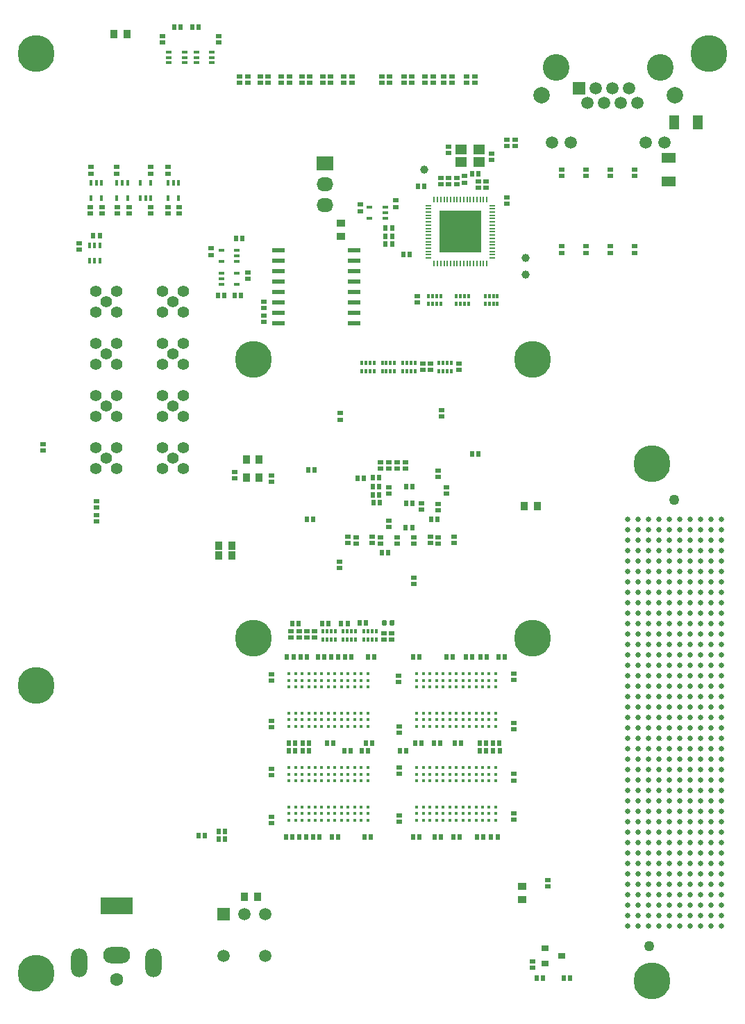
<source format=gbr>
G04 #@! TF.GenerationSoftware,KiCad,Pcbnew,5.0.0-rc3-6a2723a~65~ubuntu16.04.1*
G04 #@! TF.CreationDate,2018-11-29T22:42:40+06:00*
G04 #@! TF.ProjectId,Ki5,4B69352E6B696361645F706362000000,rev?*
G04 #@! TF.SameCoordinates,Original*
G04 #@! TF.FileFunction,Soldermask,Bot*
G04 #@! TF.FilePolarity,Negative*
%FSLAX46Y46*%
G04 Gerber Fmt 4.6, Leading zero omitted, Abs format (unit mm)*
G04 Created by KiCad (PCBNEW 5.0.0-rc3-6a2723a~65~ubuntu16.04.1) date Thu Nov 29 22:42:40 2018*
%MOMM*%
%LPD*%
G01*
G04 APERTURE LIST*
%ADD10C,0.100000*%
%ADD11C,0.590000*%
%ADD12R,0.575000X0.650000*%
%ADD13C,1.500000*%
%ADD14C,2.000000*%
%ADD15C,3.250000*%
%ADD16R,1.500000X1.500000*%
%ADD17R,5.200000X5.200000*%
%ADD18R,0.200000X0.800000*%
%ADD19R,0.800000X0.200000*%
%ADD20C,1.270000*%
%ADD21C,0.640000*%
%ADD22C,1.600000*%
%ADD23O,2.000000X3.500000*%
%ADD24O,3.300000X2.000000*%
%ADD25R,4.000000X2.000000*%
%ADD26C,0.420000*%
%ADD27R,0.650000X0.575000*%
%ADD28R,0.820000X1.000000*%
%ADD29R,1.220000X1.800000*%
%ADD30R,1.800000X1.220000*%
%ADD31R,1.000000X0.820000*%
%ADD32C,1.400000*%
%ADD33R,2.030000X1.730000*%
%ADD34O,2.030000X1.730000*%
%ADD35C,4.500000*%
%ADD36R,0.650000X0.400000*%
%ADD37R,0.400000X0.650000*%
%ADD38R,0.900000X0.800000*%
%ADD39R,0.320000X0.500000*%
%ADD40R,0.400000X0.500000*%
%ADD41R,0.300000X0.500000*%
%ADD42C,1.000000*%
%ADD43R,1.500000X0.600000*%
%ADD44R,0.900000X1.000000*%
%ADD45R,1.400000X1.200000*%
G04 APERTURE END LIST*
D10*
G04 #@! TO.C,C284*
G36*
X76466958Y-101630710D02*
X76481276Y-101632834D01*
X76495317Y-101636351D01*
X76508946Y-101641228D01*
X76522031Y-101647417D01*
X76534447Y-101654858D01*
X76546073Y-101663481D01*
X76556798Y-101673202D01*
X76566519Y-101683927D01*
X76575142Y-101695553D01*
X76582583Y-101707969D01*
X76588772Y-101721054D01*
X76593649Y-101734683D01*
X76597166Y-101748724D01*
X76599290Y-101763042D01*
X76600000Y-101777500D01*
X76600000Y-102122500D01*
X76599290Y-102136958D01*
X76597166Y-102151276D01*
X76593649Y-102165317D01*
X76588772Y-102178946D01*
X76582583Y-102192031D01*
X76575142Y-102204447D01*
X76566519Y-102216073D01*
X76556798Y-102226798D01*
X76546073Y-102236519D01*
X76534447Y-102245142D01*
X76522031Y-102252583D01*
X76508946Y-102258772D01*
X76495317Y-102263649D01*
X76481276Y-102267166D01*
X76466958Y-102269290D01*
X76452500Y-102270000D01*
X76157500Y-102270000D01*
X76143042Y-102269290D01*
X76128724Y-102267166D01*
X76114683Y-102263649D01*
X76101054Y-102258772D01*
X76087969Y-102252583D01*
X76075553Y-102245142D01*
X76063927Y-102236519D01*
X76053202Y-102226798D01*
X76043481Y-102216073D01*
X76034858Y-102204447D01*
X76027417Y-102192031D01*
X76021228Y-102178946D01*
X76016351Y-102165317D01*
X76012834Y-102151276D01*
X76010710Y-102136958D01*
X76010000Y-102122500D01*
X76010000Y-101777500D01*
X76010710Y-101763042D01*
X76012834Y-101748724D01*
X76016351Y-101734683D01*
X76021228Y-101721054D01*
X76027417Y-101707969D01*
X76034858Y-101695553D01*
X76043481Y-101683927D01*
X76053202Y-101673202D01*
X76063927Y-101663481D01*
X76075553Y-101654858D01*
X76087969Y-101647417D01*
X76101054Y-101641228D01*
X76114683Y-101636351D01*
X76128724Y-101632834D01*
X76143042Y-101630710D01*
X76157500Y-101630000D01*
X76452500Y-101630000D01*
X76466958Y-101630710D01*
X76466958Y-101630710D01*
G37*
D11*
X76305000Y-101950000D03*
D10*
G36*
X75496958Y-101630710D02*
X75511276Y-101632834D01*
X75525317Y-101636351D01*
X75538946Y-101641228D01*
X75552031Y-101647417D01*
X75564447Y-101654858D01*
X75576073Y-101663481D01*
X75586798Y-101673202D01*
X75596519Y-101683927D01*
X75605142Y-101695553D01*
X75612583Y-101707969D01*
X75618772Y-101721054D01*
X75623649Y-101734683D01*
X75627166Y-101748724D01*
X75629290Y-101763042D01*
X75630000Y-101777500D01*
X75630000Y-102122500D01*
X75629290Y-102136958D01*
X75627166Y-102151276D01*
X75623649Y-102165317D01*
X75618772Y-102178946D01*
X75612583Y-102192031D01*
X75605142Y-102204447D01*
X75596519Y-102216073D01*
X75586798Y-102226798D01*
X75576073Y-102236519D01*
X75564447Y-102245142D01*
X75552031Y-102252583D01*
X75538946Y-102258772D01*
X75525317Y-102263649D01*
X75511276Y-102267166D01*
X75496958Y-102269290D01*
X75482500Y-102270000D01*
X75187500Y-102270000D01*
X75173042Y-102269290D01*
X75158724Y-102267166D01*
X75144683Y-102263649D01*
X75131054Y-102258772D01*
X75117969Y-102252583D01*
X75105553Y-102245142D01*
X75093927Y-102236519D01*
X75083202Y-102226798D01*
X75073481Y-102216073D01*
X75064858Y-102204447D01*
X75057417Y-102192031D01*
X75051228Y-102178946D01*
X75046351Y-102165317D01*
X75042834Y-102151276D01*
X75040710Y-102136958D01*
X75040000Y-102122500D01*
X75040000Y-101777500D01*
X75040710Y-101763042D01*
X75042834Y-101748724D01*
X75046351Y-101734683D01*
X75051228Y-101721054D01*
X75057417Y-101707969D01*
X75064858Y-101695553D01*
X75073481Y-101683927D01*
X75083202Y-101673202D01*
X75093927Y-101663481D01*
X75105553Y-101654858D01*
X75117969Y-101647417D01*
X75131054Y-101641228D01*
X75144683Y-101636351D01*
X75158724Y-101632834D01*
X75173042Y-101630710D01*
X75187500Y-101630000D01*
X75482500Y-101630000D01*
X75496958Y-101630710D01*
X75496958Y-101630710D01*
G37*
D11*
X75335000Y-101950000D03*
G04 #@! TD*
D12*
G04 #@! TO.C,C261*
X72332700Y-101972800D03*
X73107700Y-101972800D03*
G04 #@! TD*
D13*
G04 #@! TO.C,J12*
X109480000Y-43430000D03*
X107190000Y-43430000D03*
X98050000Y-43430000D03*
X95760000Y-43430000D03*
D14*
X94490000Y-37720000D03*
X110750000Y-37720000D03*
D15*
X108970000Y-34290000D03*
X96270000Y-34290000D03*
D13*
X106200000Y-38610000D03*
X104160000Y-38610000D03*
X102120000Y-38610000D03*
X100080000Y-38610000D03*
X105180000Y-36830000D03*
X103140000Y-36830000D03*
X101100000Y-36830000D03*
D16*
X99060000Y-36830000D03*
G04 #@! TD*
D17*
G04 #@! TO.C,IC1*
X84636400Y-54318200D03*
D18*
X87836400Y-50418200D03*
X87436400Y-50418200D03*
X87036400Y-50418200D03*
X86636400Y-50418200D03*
X86236400Y-50418200D03*
X85836400Y-50418200D03*
X85436400Y-50418200D03*
X85036400Y-50418200D03*
X84636400Y-50418200D03*
X84236400Y-50418200D03*
X83836400Y-50418200D03*
X83436400Y-50418200D03*
X83036400Y-50418200D03*
X82636400Y-50418200D03*
X82236400Y-50418200D03*
X81836400Y-50418200D03*
X81436400Y-50418200D03*
D19*
X80736400Y-51118200D03*
X80736400Y-51518200D03*
X80736400Y-51918200D03*
X80736400Y-52318200D03*
X80736400Y-52718200D03*
X80736400Y-53118200D03*
X80736400Y-53518200D03*
X80736400Y-53918200D03*
X80736400Y-54318200D03*
X80736400Y-54718200D03*
X80736400Y-55118200D03*
X80736400Y-55518200D03*
X80736400Y-55918200D03*
X80736400Y-56318200D03*
X80736400Y-56718200D03*
X80736400Y-57118200D03*
X80736400Y-57518200D03*
D18*
X81436400Y-58218200D03*
X81836400Y-58218200D03*
X82236400Y-58218200D03*
X82636400Y-58218200D03*
X83036400Y-58218200D03*
X83436400Y-58218200D03*
X83836400Y-58218200D03*
X84236400Y-58218200D03*
X84636400Y-58218200D03*
X85036400Y-58218200D03*
X85436400Y-58218200D03*
X85836400Y-58218200D03*
X86236400Y-58218200D03*
X86636400Y-58218200D03*
X87036400Y-58218200D03*
X87436400Y-58218200D03*
X87836400Y-58218200D03*
D19*
X88536400Y-57518200D03*
X88536400Y-57118200D03*
X88536400Y-56718200D03*
X88536400Y-56318200D03*
X88536400Y-55918200D03*
X88536400Y-55518200D03*
X88536400Y-55118200D03*
X88536400Y-54718200D03*
X88536400Y-54318200D03*
X88536400Y-53918200D03*
X88536400Y-53518200D03*
X88536400Y-53118200D03*
X88536400Y-52718200D03*
X88536400Y-52318200D03*
X88536400Y-51918200D03*
X88536400Y-51518200D03*
X88536400Y-51118200D03*
G04 #@! TD*
D20*
G04 #@! TO.C,J9*
X107652600Y-141315000D03*
X110702600Y-86935000D03*
D21*
X104987600Y-138890000D03*
X104987600Y-137620000D03*
X104987600Y-136350000D03*
X104987600Y-135080000D03*
X104987600Y-133810000D03*
X104987600Y-132540000D03*
X104987600Y-131270000D03*
X104987600Y-130000000D03*
X104987600Y-128730000D03*
X104987600Y-127460000D03*
X104987600Y-126190000D03*
X104987600Y-124920000D03*
X104987600Y-123650000D03*
X104987600Y-122380000D03*
X104987600Y-121110000D03*
X104987600Y-119840000D03*
X104987600Y-118570000D03*
X104987600Y-117300000D03*
X104987600Y-116030000D03*
X104987600Y-114765000D03*
X104987600Y-113485000D03*
X104987600Y-112220000D03*
X104987600Y-110950000D03*
X104987600Y-109680000D03*
X104987600Y-108410000D03*
X104987600Y-107140000D03*
X104987600Y-105870000D03*
X104987600Y-104600000D03*
X104987600Y-103330000D03*
X104987600Y-102060000D03*
X104987600Y-100790000D03*
X104987600Y-99520000D03*
X104987600Y-98250000D03*
X104987600Y-96980000D03*
X104987600Y-95710000D03*
X104987600Y-94440000D03*
X104987600Y-93170000D03*
X104987600Y-91900000D03*
X104987600Y-90630000D03*
X104987600Y-89360000D03*
X106257600Y-138890000D03*
X106257600Y-137620000D03*
X106257600Y-136350000D03*
X106257600Y-135080000D03*
X106257600Y-133810000D03*
X106257600Y-132540000D03*
X106257600Y-131270000D03*
X106257600Y-130000000D03*
X106257600Y-128730000D03*
X106257600Y-127460000D03*
X106257600Y-126190000D03*
X106257600Y-124920000D03*
X106257600Y-123650000D03*
X106257600Y-122380000D03*
X106257600Y-121110000D03*
X106257600Y-119840000D03*
X106257600Y-118570000D03*
X106257600Y-117300000D03*
X106257600Y-116030000D03*
X106257600Y-114765000D03*
X106257600Y-113485000D03*
X106257600Y-112220000D03*
X106257600Y-110950000D03*
X106257600Y-109680000D03*
X106257600Y-108410000D03*
X106257600Y-107140000D03*
X106257600Y-105870000D03*
X106257600Y-104600000D03*
X106257600Y-103330000D03*
X106257600Y-102060000D03*
X106257600Y-100790000D03*
X106257600Y-99520000D03*
X106257600Y-98250000D03*
X106257600Y-96980000D03*
X106257600Y-95710000D03*
X106257600Y-94440000D03*
X106257600Y-93170000D03*
X106257600Y-91900000D03*
X106257600Y-90630000D03*
X106257600Y-89360000D03*
X110062600Y-138890000D03*
X110062600Y-137620000D03*
X110062600Y-136350000D03*
X110062600Y-135080000D03*
X110062600Y-133810000D03*
X110062600Y-132540000D03*
X110062600Y-131270000D03*
X110062600Y-130000000D03*
X110062600Y-128730000D03*
X110062600Y-127460000D03*
X110062600Y-126190000D03*
X110062600Y-124920000D03*
X110062600Y-123650000D03*
X110062600Y-122380000D03*
X110062600Y-121110000D03*
X110062600Y-119840000D03*
X110062600Y-118570000D03*
X110062600Y-117300000D03*
X110062600Y-116030000D03*
X110062600Y-114765000D03*
X110062600Y-113485000D03*
X110062600Y-112220000D03*
X110062600Y-110950000D03*
X110062600Y-109680000D03*
X110062600Y-108410000D03*
X110062600Y-107140000D03*
X110062600Y-105870000D03*
X110062600Y-104600000D03*
X110062600Y-103330000D03*
X110062600Y-102060000D03*
X110062600Y-100790000D03*
X110062600Y-99520000D03*
X110062600Y-98250000D03*
X110062600Y-96980000D03*
X110062600Y-95710000D03*
X110062600Y-94440000D03*
X110062600Y-93170000D03*
X110062600Y-91900000D03*
X110062600Y-90630000D03*
X110062600Y-89360000D03*
X111342600Y-138890000D03*
X111342600Y-137620000D03*
X111342600Y-136350000D03*
X111342600Y-135080000D03*
X111342600Y-133810000D03*
X111342600Y-132540000D03*
X111342600Y-131270000D03*
X111342600Y-130000000D03*
X111342600Y-128730000D03*
X111342600Y-127460000D03*
X111342600Y-126190000D03*
X111342600Y-124920000D03*
X111342600Y-123650000D03*
X111342600Y-122380000D03*
X111342600Y-121110000D03*
X111342600Y-119840000D03*
X111342600Y-118570000D03*
X111342600Y-117300000D03*
X111342600Y-116030000D03*
X111342600Y-114765000D03*
X111342600Y-113485000D03*
X111342600Y-112220000D03*
X111342600Y-110950000D03*
X111342600Y-109680000D03*
X111342600Y-108410000D03*
X111342600Y-107140000D03*
X111342600Y-105870000D03*
X111342600Y-104600000D03*
X111342600Y-103330000D03*
X111342600Y-102060000D03*
X111342600Y-100790000D03*
X111342600Y-99520000D03*
X111342600Y-98250000D03*
X111342600Y-96980000D03*
X111342600Y-95710000D03*
X111342600Y-94440000D03*
X111342600Y-93170000D03*
X111342600Y-91900000D03*
X111342600Y-90630000D03*
X111342600Y-89360000D03*
X116417600Y-138890000D03*
X116417600Y-137620000D03*
X116417600Y-136350000D03*
X116417600Y-135080000D03*
X116417600Y-133810000D03*
X116417600Y-132540000D03*
X116417600Y-131270000D03*
X116417600Y-130000000D03*
X116417600Y-128730000D03*
X116417600Y-127460000D03*
X116417600Y-126190000D03*
X116417600Y-124920000D03*
X116417600Y-123650000D03*
X116417600Y-122380000D03*
X116417600Y-121110000D03*
X116417600Y-119840000D03*
X116417600Y-118570000D03*
X116417600Y-117300000D03*
X116417600Y-116030000D03*
X116417600Y-114765000D03*
X116417600Y-113485000D03*
X116417600Y-112220000D03*
X116417600Y-110950000D03*
X116417600Y-109680000D03*
X116417600Y-108410000D03*
X116417600Y-107140000D03*
X116417600Y-105870000D03*
X116417600Y-104600000D03*
X116417600Y-103330000D03*
X116417600Y-102060000D03*
X116417600Y-100790000D03*
X116417600Y-99520000D03*
X116417600Y-98250000D03*
X116417600Y-96980000D03*
X116417600Y-95710000D03*
X116417600Y-94440000D03*
X116417600Y-93170000D03*
X116417600Y-91900000D03*
X116417600Y-90630000D03*
X116417600Y-89360000D03*
X115147600Y-138890000D03*
X115147600Y-137620000D03*
X115147600Y-136350000D03*
X115147600Y-135080000D03*
X115147600Y-133810000D03*
X115147600Y-132540000D03*
X115147600Y-131270000D03*
X115147600Y-130000000D03*
X115147600Y-128730000D03*
X115147600Y-127460000D03*
X115147600Y-126190000D03*
X115147600Y-124920000D03*
X115147600Y-123650000D03*
X115147600Y-122380000D03*
X115147600Y-121110000D03*
X115147600Y-119840000D03*
X115147600Y-118570000D03*
X115147600Y-117300000D03*
X115147600Y-116030000D03*
X115147600Y-114765000D03*
X115147600Y-113485000D03*
X115147600Y-112220000D03*
X115147600Y-110950000D03*
X115147600Y-109680000D03*
X115147600Y-108410000D03*
X115147600Y-107140000D03*
X115147600Y-105870000D03*
X115147600Y-104600000D03*
X115147600Y-103330000D03*
X115147600Y-102060000D03*
X115147600Y-100790000D03*
X115147600Y-99520000D03*
X115147600Y-98250000D03*
X115147600Y-96980000D03*
X115147600Y-95710000D03*
X115147600Y-94440000D03*
X115147600Y-93170000D03*
X115147600Y-91900000D03*
X115147600Y-90630000D03*
X115147600Y-89360000D03*
X108797600Y-89360000D03*
X108797600Y-90630000D03*
X108797600Y-91900000D03*
X108797600Y-93170000D03*
X108797600Y-94440000D03*
X108797600Y-95710000D03*
X108797600Y-96980000D03*
X108797600Y-98250000D03*
X108797600Y-99520000D03*
X108797600Y-100790000D03*
X108797600Y-102060000D03*
X108797600Y-103330000D03*
X108797600Y-104600000D03*
X108797600Y-105870000D03*
X108797600Y-107140000D03*
X108797600Y-108410000D03*
X108797600Y-109680000D03*
X108797600Y-110950000D03*
X108797600Y-112220000D03*
X108797600Y-113485000D03*
X108797600Y-138890000D03*
X108797600Y-137620000D03*
X108797600Y-136350000D03*
X108797600Y-135080000D03*
X108797600Y-133810000D03*
X108797600Y-132540000D03*
X108797600Y-131270000D03*
X108797600Y-130000000D03*
X108797600Y-128730000D03*
X108797600Y-127460000D03*
X108797600Y-126190000D03*
X108797600Y-124920000D03*
X108797600Y-123650000D03*
X108797600Y-122380000D03*
X108797600Y-121110000D03*
X108797600Y-119840000D03*
X108797600Y-118570000D03*
X108797600Y-117300000D03*
X108797600Y-116030000D03*
X108797600Y-114765000D03*
X107527600Y-114765000D03*
X107527600Y-116030000D03*
X107527600Y-117300000D03*
X107527600Y-118570000D03*
X107527600Y-119840000D03*
X107527600Y-121110000D03*
X107527600Y-122380000D03*
X107527600Y-123650000D03*
X107527600Y-124920000D03*
X107527600Y-126190000D03*
X107527600Y-127460000D03*
X107527600Y-128730000D03*
X107527600Y-130000000D03*
X107527600Y-131270000D03*
X107527600Y-132540000D03*
X107527600Y-133810000D03*
X107527600Y-135080000D03*
X107527600Y-136350000D03*
X107527600Y-137620000D03*
X107527600Y-138890000D03*
X107527600Y-113485000D03*
X107527600Y-112220000D03*
X107527600Y-110950000D03*
X107527600Y-109680000D03*
X107527600Y-108410000D03*
X107527600Y-107140000D03*
X107527600Y-105870000D03*
X107527600Y-104600000D03*
X107527600Y-103330000D03*
X107527600Y-102060000D03*
X107527600Y-100790000D03*
X107527600Y-99520000D03*
X107527600Y-98250000D03*
X107527600Y-96980000D03*
X107527600Y-95710000D03*
X107527600Y-94440000D03*
X107527600Y-93170000D03*
X107527600Y-91900000D03*
X107527600Y-90630000D03*
X107527600Y-89360000D03*
X112607600Y-89360000D03*
X112607600Y-90630000D03*
X112607600Y-91900000D03*
X112607600Y-93170000D03*
X112607600Y-94440000D03*
X112607600Y-95710000D03*
X112607600Y-96980000D03*
X112607600Y-98250000D03*
X112607600Y-99520000D03*
X112607600Y-100790000D03*
X112607600Y-102060000D03*
X112607600Y-103330000D03*
X112607600Y-104600000D03*
X112607600Y-105870000D03*
X112607600Y-107140000D03*
X112607600Y-108410000D03*
X112607600Y-109680000D03*
X112607600Y-110950000D03*
X112607600Y-112220000D03*
X112607600Y-113485000D03*
X112607600Y-138890000D03*
X112607600Y-137620000D03*
X112607600Y-136350000D03*
X112607600Y-135080000D03*
X112607600Y-133810000D03*
X112607600Y-132540000D03*
X112607600Y-131270000D03*
X112607600Y-130000000D03*
X112607600Y-128730000D03*
X112607600Y-127460000D03*
X112607600Y-126190000D03*
X112607600Y-124920000D03*
X112607600Y-123650000D03*
X112607600Y-122380000D03*
X112607600Y-121110000D03*
X112607600Y-119840000D03*
X112607600Y-118570000D03*
X112607600Y-117300000D03*
X112607600Y-116030000D03*
X112607600Y-114765000D03*
X113877600Y-114765000D03*
X113877600Y-116030000D03*
X113877600Y-117300000D03*
X113877600Y-118570000D03*
X113877600Y-119840000D03*
X113877600Y-121110000D03*
X113877600Y-122380000D03*
X113877600Y-123650000D03*
X113877600Y-124920000D03*
X113877600Y-126190000D03*
X113877600Y-127460000D03*
X113877600Y-128730000D03*
X113877600Y-130000000D03*
X113877600Y-131270000D03*
X113877600Y-132540000D03*
X113877600Y-133810000D03*
X113877600Y-135080000D03*
X113877600Y-136350000D03*
X113877600Y-137620000D03*
X113877600Y-138890000D03*
X113877600Y-113485000D03*
X113877600Y-112220000D03*
X113877600Y-110950000D03*
X113877600Y-109680000D03*
X113877600Y-108410000D03*
X113877600Y-107140000D03*
X113877600Y-105870000D03*
X113877600Y-104600000D03*
X113877600Y-103330000D03*
X113877600Y-102060000D03*
X113877600Y-100790000D03*
X113877600Y-99520000D03*
X113877600Y-98250000D03*
X113877600Y-96980000D03*
X113877600Y-95710000D03*
X113877600Y-94440000D03*
X113877600Y-93170000D03*
X113877600Y-91900000D03*
X113877600Y-90630000D03*
X113877600Y-89360000D03*
G04 #@! TD*
D22*
G04 #@! TO.C,J8*
X42672000Y-145398000D03*
D23*
X47172000Y-143398000D03*
X38172000Y-143398000D03*
D24*
X42672000Y-142398000D03*
D25*
X42672000Y-136398000D03*
G04 #@! TD*
D26*
G04 #@! TO.C,U8*
X86525000Y-124375000D03*
X87325000Y-124375000D03*
X79325000Y-119575000D03*
X79325000Y-120375000D03*
X79325000Y-121175000D03*
X79325000Y-124375000D03*
X79325000Y-125175000D03*
X79325000Y-125975000D03*
X80125000Y-119575000D03*
X80125000Y-120375000D03*
X80125000Y-121175000D03*
X80125000Y-124375000D03*
X80125000Y-125175000D03*
X80125000Y-125975000D03*
X80925000Y-119575000D03*
X80925000Y-120375000D03*
X80925000Y-121175000D03*
X80925000Y-124375000D03*
X80925000Y-125175000D03*
X80925000Y-125975000D03*
X81725000Y-119575000D03*
X81725000Y-120375000D03*
X81725000Y-121175000D03*
X81725000Y-124375000D03*
X81725000Y-125175000D03*
X81725000Y-125975000D03*
X82525000Y-119575000D03*
X82525000Y-120375000D03*
X82525000Y-121175000D03*
X82525000Y-124375000D03*
X82525000Y-125175000D03*
X82525000Y-125975000D03*
X83325000Y-119575000D03*
X83325000Y-120375000D03*
X83325000Y-121175000D03*
X83325000Y-124375000D03*
X83325000Y-125175000D03*
X83325000Y-125975000D03*
X84125000Y-119575000D03*
X84125000Y-120375000D03*
X84125000Y-121175000D03*
X84125000Y-124375000D03*
X84125000Y-125175000D03*
X84125000Y-125975000D03*
X84925000Y-119575000D03*
X84925000Y-120375000D03*
X84925000Y-121175000D03*
X84925000Y-124375000D03*
X84925000Y-125175000D03*
X84925000Y-125975000D03*
X85725000Y-119575000D03*
X85725000Y-120375000D03*
X85725000Y-121175000D03*
X85725000Y-124375000D03*
X85725000Y-125175000D03*
X85725000Y-125975000D03*
X86525000Y-119575000D03*
X86525000Y-120375000D03*
X86525000Y-121175000D03*
X86525000Y-125175000D03*
X86525000Y-125975000D03*
X87325000Y-119575000D03*
X87325000Y-120375000D03*
X87325000Y-121175000D03*
X87325000Y-125175000D03*
X87325000Y-125975000D03*
X88125000Y-119575000D03*
X88125000Y-120375000D03*
X88125000Y-121175000D03*
X88125000Y-124375000D03*
X88125000Y-125175000D03*
X88125000Y-125975000D03*
X88925000Y-119575000D03*
X88925000Y-120375000D03*
X88925000Y-121175000D03*
X88925000Y-124375000D03*
X88925000Y-125175000D03*
X88925000Y-125975000D03*
G04 #@! TD*
G04 #@! TO.C,U5*
X66125000Y-121175000D03*
X65325000Y-121175000D03*
X73325000Y-125975000D03*
X73325000Y-125175000D03*
X73325000Y-124375000D03*
X73325000Y-121175000D03*
X73325000Y-120375000D03*
X73325000Y-119575000D03*
X72525000Y-125975000D03*
X72525000Y-125175000D03*
X72525000Y-124375000D03*
X72525000Y-121175000D03*
X72525000Y-120375000D03*
X72525000Y-119575000D03*
X71725000Y-125975000D03*
X71725000Y-125175000D03*
X71725000Y-124375000D03*
X71725000Y-121175000D03*
X71725000Y-120375000D03*
X71725000Y-119575000D03*
X70925000Y-125975000D03*
X70925000Y-125175000D03*
X70925000Y-124375000D03*
X70925000Y-121175000D03*
X70925000Y-120375000D03*
X70925000Y-119575000D03*
X70125000Y-125975000D03*
X70125000Y-125175000D03*
X70125000Y-124375000D03*
X70125000Y-121175000D03*
X70125000Y-120375000D03*
X70125000Y-119575000D03*
X69325000Y-125975000D03*
X69325000Y-125175000D03*
X69325000Y-124375000D03*
X69325000Y-121175000D03*
X69325000Y-120375000D03*
X69325000Y-119575000D03*
X68525000Y-125975000D03*
X68525000Y-125175000D03*
X68525000Y-124375000D03*
X68525000Y-121175000D03*
X68525000Y-120375000D03*
X68525000Y-119575000D03*
X67725000Y-125975000D03*
X67725000Y-125175000D03*
X67725000Y-124375000D03*
X67725000Y-121175000D03*
X67725000Y-120375000D03*
X67725000Y-119575000D03*
X66925000Y-125975000D03*
X66925000Y-125175000D03*
X66925000Y-124375000D03*
X66925000Y-121175000D03*
X66925000Y-120375000D03*
X66925000Y-119575000D03*
X66125000Y-125975000D03*
X66125000Y-125175000D03*
X66125000Y-124375000D03*
X66125000Y-120375000D03*
X66125000Y-119575000D03*
X65325000Y-125975000D03*
X65325000Y-125175000D03*
X65325000Y-124375000D03*
X65325000Y-120375000D03*
X65325000Y-119575000D03*
X64525000Y-125975000D03*
X64525000Y-125175000D03*
X64525000Y-124375000D03*
X64525000Y-121175000D03*
X64525000Y-120375000D03*
X64525000Y-119575000D03*
X63725000Y-125975000D03*
X63725000Y-125175000D03*
X63725000Y-124375000D03*
X63725000Y-121175000D03*
X63725000Y-120375000D03*
X63725000Y-119575000D03*
G04 #@! TD*
G04 #@! TO.C,U6*
X86525000Y-112950000D03*
X87325000Y-112950000D03*
X79325000Y-108150000D03*
X79325000Y-108950000D03*
X79325000Y-109750000D03*
X79325000Y-112950000D03*
X79325000Y-113750000D03*
X79325000Y-114550000D03*
X80125000Y-108150000D03*
X80125000Y-108950000D03*
X80125000Y-109750000D03*
X80125000Y-112950000D03*
X80125000Y-113750000D03*
X80125000Y-114550000D03*
X80925000Y-108150000D03*
X80925000Y-108950000D03*
X80925000Y-109750000D03*
X80925000Y-112950000D03*
X80925000Y-113750000D03*
X80925000Y-114550000D03*
X81725000Y-108150000D03*
X81725000Y-108950000D03*
X81725000Y-109750000D03*
X81725000Y-112950000D03*
X81725000Y-113750000D03*
X81725000Y-114550000D03*
X82525000Y-108150000D03*
X82525000Y-108950000D03*
X82525000Y-109750000D03*
X82525000Y-112950000D03*
X82525000Y-113750000D03*
X82525000Y-114550000D03*
X83325000Y-108150000D03*
X83325000Y-108950000D03*
X83325000Y-109750000D03*
X83325000Y-112950000D03*
X83325000Y-113750000D03*
X83325000Y-114550000D03*
X84125000Y-108150000D03*
X84125000Y-108950000D03*
X84125000Y-109750000D03*
X84125000Y-112950000D03*
X84125000Y-113750000D03*
X84125000Y-114550000D03*
X84925000Y-108150000D03*
X84925000Y-108950000D03*
X84925000Y-109750000D03*
X84925000Y-112950000D03*
X84925000Y-113750000D03*
X84925000Y-114550000D03*
X85725000Y-108150000D03*
X85725000Y-108950000D03*
X85725000Y-109750000D03*
X85725000Y-112950000D03*
X85725000Y-113750000D03*
X85725000Y-114550000D03*
X86525000Y-108150000D03*
X86525000Y-108950000D03*
X86525000Y-109750000D03*
X86525000Y-113750000D03*
X86525000Y-114550000D03*
X87325000Y-108150000D03*
X87325000Y-108950000D03*
X87325000Y-109750000D03*
X87325000Y-113750000D03*
X87325000Y-114550000D03*
X88125000Y-108150000D03*
X88125000Y-108950000D03*
X88125000Y-109750000D03*
X88125000Y-112950000D03*
X88125000Y-113750000D03*
X88125000Y-114550000D03*
X88925000Y-108150000D03*
X88925000Y-108950000D03*
X88925000Y-109750000D03*
X88925000Y-112950000D03*
X88925000Y-113750000D03*
X88925000Y-114550000D03*
G04 #@! TD*
G04 #@! TO.C,U3*
X66125000Y-109750000D03*
X65325000Y-109750000D03*
X73325000Y-114550000D03*
X73325000Y-113750000D03*
X73325000Y-112950000D03*
X73325000Y-109750000D03*
X73325000Y-108950000D03*
X73325000Y-108150000D03*
X72525000Y-114550000D03*
X72525000Y-113750000D03*
X72525000Y-112950000D03*
X72525000Y-109750000D03*
X72525000Y-108950000D03*
X72525000Y-108150000D03*
X71725000Y-114550000D03*
X71725000Y-113750000D03*
X71725000Y-112950000D03*
X71725000Y-109750000D03*
X71725000Y-108950000D03*
X71725000Y-108150000D03*
X70925000Y-114550000D03*
X70925000Y-113750000D03*
X70925000Y-112950000D03*
X70925000Y-109750000D03*
X70925000Y-108950000D03*
X70925000Y-108150000D03*
X70125000Y-114550000D03*
X70125000Y-113750000D03*
X70125000Y-112950000D03*
X70125000Y-109750000D03*
X70125000Y-108950000D03*
X70125000Y-108150000D03*
X69325000Y-114550000D03*
X69325000Y-113750000D03*
X69325000Y-112950000D03*
X69325000Y-109750000D03*
X69325000Y-108950000D03*
X69325000Y-108150000D03*
X68525000Y-114550000D03*
X68525000Y-113750000D03*
X68525000Y-112950000D03*
X68525000Y-109750000D03*
X68525000Y-108950000D03*
X68525000Y-108150000D03*
X67725000Y-114550000D03*
X67725000Y-113750000D03*
X67725000Y-112950000D03*
X67725000Y-109750000D03*
X67725000Y-108950000D03*
X67725000Y-108150000D03*
X66925000Y-114550000D03*
X66925000Y-113750000D03*
X66925000Y-112950000D03*
X66925000Y-109750000D03*
X66925000Y-108950000D03*
X66925000Y-108150000D03*
X66125000Y-114550000D03*
X66125000Y-113750000D03*
X66125000Y-112950000D03*
X66125000Y-108950000D03*
X66125000Y-108150000D03*
X65325000Y-114550000D03*
X65325000Y-113750000D03*
X65325000Y-112950000D03*
X65325000Y-108950000D03*
X65325000Y-108150000D03*
X64525000Y-114550000D03*
X64525000Y-113750000D03*
X64525000Y-112950000D03*
X64525000Y-109750000D03*
X64525000Y-108950000D03*
X64525000Y-108150000D03*
X63725000Y-114550000D03*
X63725000Y-113750000D03*
X63725000Y-112950000D03*
X63725000Y-109750000D03*
X63725000Y-108950000D03*
X63725000Y-108150000D03*
G04 #@! TD*
D16*
G04 #@! TO.C,S4*
X55753000Y-137414000D03*
D13*
X58293000Y-137414000D03*
X60833000Y-137414000D03*
X55753000Y-142494000D03*
X60833000Y-142494000D03*
G04 #@! TD*
D27*
G04 #@! TO.C,C9*
X61550000Y-108962500D03*
X61550000Y-108187500D03*
G04 #@! TD*
D12*
G04 #@! TO.C,C10*
X73362500Y-106125000D03*
X74137500Y-106125000D03*
G04 #@! TD*
G04 #@! TO.C,C11*
X68062500Y-106125000D03*
X67287500Y-106125000D03*
G04 #@! TD*
G04 #@! TO.C,C12*
X69712500Y-128000000D03*
X68937500Y-128000000D03*
G04 #@! TD*
G04 #@! TO.C,C13*
X69163100Y-116611400D03*
X68388100Y-116611400D03*
G04 #@! TD*
D27*
G04 #@! TO.C,C14*
X61550000Y-114662500D03*
X61550000Y-113887500D03*
G04 #@! TD*
D12*
G04 #@! TO.C,C15*
X65362500Y-116600000D03*
X66137500Y-116600000D03*
G04 #@! TD*
G04 #@! TO.C,C16*
X65112500Y-106125000D03*
X65887500Y-106125000D03*
G04 #@! TD*
G04 #@! TO.C,C19*
X71312500Y-106125000D03*
X70537500Y-106125000D03*
G04 #@! TD*
D27*
G04 #@! TO.C,C21*
X61550000Y-119737500D03*
X61550000Y-120512500D03*
G04 #@! TD*
D12*
G04 #@! TO.C,C22*
X65787500Y-128025000D03*
X65012500Y-128025000D03*
G04 #@! TD*
G04 #@! TO.C,C23*
X72562500Y-117550000D03*
X73337500Y-117550000D03*
G04 #@! TD*
G04 #@! TO.C,C24*
X68912500Y-106125000D03*
X69687500Y-106125000D03*
G04 #@! TD*
G04 #@! TO.C,C25*
X66137500Y-117550000D03*
X65362500Y-117550000D03*
G04 #@! TD*
D27*
G04 #@! TO.C,C26*
X61550000Y-126362500D03*
X61550000Y-125587500D03*
G04 #@! TD*
D12*
G04 #@! TO.C,C28*
X66662500Y-128025000D03*
X67437500Y-128025000D03*
G04 #@! TD*
G04 #@! TO.C,C38*
X64260900Y-106125000D03*
X63485900Y-106125000D03*
G04 #@! TD*
G04 #@! TO.C,C39*
X70462500Y-117550000D03*
X71237500Y-117550000D03*
G04 #@! TD*
G04 #@! TO.C,C40*
X73837500Y-116575000D03*
X73062500Y-116575000D03*
G04 #@! TD*
D27*
G04 #@! TO.C,C41*
X77125000Y-108387500D03*
X77125000Y-109162500D03*
G04 #@! TD*
D12*
G04 #@! TO.C,C42*
X83712500Y-106125000D03*
X82937500Y-106125000D03*
G04 #@! TD*
G04 #@! TO.C,C43*
X85262500Y-106125000D03*
X86037500Y-106125000D03*
G04 #@! TD*
G04 #@! TO.C,C44*
X79907300Y-116575000D03*
X79132300Y-116575000D03*
G04 #@! TD*
G04 #@! TO.C,C45*
X83958300Y-116575000D03*
X84733300Y-116575000D03*
G04 #@! TD*
D27*
G04 #@! TO.C,C46*
X91122500Y-108134000D03*
X91122500Y-108909000D03*
G04 #@! TD*
D12*
G04 #@! TO.C,C47*
X86980900Y-116575000D03*
X87755900Y-116575000D03*
G04 #@! TD*
G04 #@! TO.C,C48*
X87812500Y-106125000D03*
X87037500Y-106125000D03*
G04 #@! TD*
D27*
G04 #@! TO.C,C50*
X77150000Y-115337500D03*
X77150000Y-114562500D03*
G04 #@! TD*
D12*
G04 #@! TO.C,C57*
X83729700Y-128000000D03*
X84504700Y-128000000D03*
G04 #@! TD*
D27*
G04 #@! TO.C,C58*
X77150000Y-125412500D03*
X77150000Y-126187500D03*
G04 #@! TD*
G04 #@! TO.C,C59*
X91100000Y-120362500D03*
X91100000Y-121137500D03*
G04 #@! TD*
G04 #@! TO.C,C60*
X77150000Y-120337500D03*
X77150000Y-119562500D03*
G04 #@! TD*
D12*
G04 #@! TO.C,C61*
X79612500Y-128000000D03*
X78837500Y-128000000D03*
G04 #@! TD*
G04 #@! TO.C,C62*
X87755900Y-117550000D03*
X86980900Y-117550000D03*
G04 #@! TD*
G04 #@! TO.C,C63*
X86637500Y-128000000D03*
X87412500Y-128000000D03*
G04 #@! TD*
D27*
G04 #@! TO.C,C64*
X91100000Y-125912500D03*
X91100000Y-125137500D03*
G04 #@! TD*
D12*
G04 #@! TO.C,C67*
X81362500Y-116575000D03*
X82137500Y-116575000D03*
G04 #@! TD*
D27*
G04 #@! TO.C,C71*
X91125000Y-114887500D03*
X91125000Y-114112500D03*
G04 #@! TD*
D12*
G04 #@! TO.C,C87*
X82262500Y-128000000D03*
X81487500Y-128000000D03*
G04 #@! TD*
D27*
G04 #@! TO.C,C94*
X71925200Y-91509700D03*
X71925200Y-92284700D03*
G04 #@! TD*
G04 #@! TO.C,C95*
X73906400Y-91458900D03*
X73906400Y-92233900D03*
G04 #@! TD*
G04 #@! TO.C,C96*
X74897000Y-91516100D03*
X74897000Y-92291100D03*
G04 #@! TD*
G04 #@! TO.C,C97*
X81940400Y-92335500D03*
X81940400Y-91560500D03*
G04 #@! TD*
G04 #@! TO.C,C98*
X78910200Y-92284700D03*
X78910200Y-91509700D03*
G04 #@! TD*
G04 #@! TO.C,C99*
X80975200Y-92233900D03*
X80975200Y-91458900D03*
G04 #@! TD*
D28*
G04 #@! TO.C,C111*
X42380000Y-30226000D03*
X43980000Y-30226000D03*
G04 #@! TD*
D27*
G04 #@! TO.C,C125*
X76903600Y-91509700D03*
X76903600Y-92284700D03*
G04 #@! TD*
G04 #@! TO.C,C126*
X75938400Y-89477700D03*
X75938400Y-90252700D03*
G04 #@! TD*
D12*
G04 #@! TO.C,C127*
X73932900Y-85344000D03*
X74707900Y-85344000D03*
G04 #@! TD*
G04 #@! TO.C,C128*
X74828400Y-87325200D03*
X74053400Y-87325200D03*
G04 #@! TD*
G04 #@! TO.C,C129*
X73932900Y-86360000D03*
X74707900Y-86360000D03*
G04 #@! TD*
D27*
G04 #@! TO.C,C130*
X77927200Y-83191500D03*
X77927200Y-82416500D03*
G04 #@! TD*
G04 #@! TO.C,C131*
X76911200Y-83191500D03*
X76911200Y-82416500D03*
G04 #@! TD*
G04 #@! TO.C,C132*
X75895200Y-82416500D03*
X75895200Y-83191500D03*
G04 #@! TD*
G04 #@! TO.C,C133*
X74879200Y-82416500D03*
X74879200Y-83191500D03*
G04 #@! TD*
G04 #@! TO.C,C134*
X60655200Y-65309900D03*
X60655200Y-64534900D03*
G04 #@! TD*
G04 #@! TO.C,C136*
X61562000Y-83991300D03*
X61562000Y-84766300D03*
G04 #@! TD*
D12*
G04 #@! TO.C,C163*
X97966700Y-145237200D03*
X97191700Y-145237200D03*
G04 #@! TD*
G04 #@! TO.C,C166*
X57110500Y-62052200D03*
X57885500Y-62052200D03*
G04 #@! TD*
G04 #@! TO.C,C167*
X55027700Y-62052200D03*
X55802700Y-62052200D03*
G04 #@! TD*
G04 #@! TO.C,C168*
X57262900Y-55143400D03*
X58037900Y-55143400D03*
G04 #@! TD*
D27*
G04 #@! TO.C,C169*
X54196000Y-56356100D03*
X54196000Y-57131100D03*
G04 #@! TD*
G04 #@! TO.C,C170*
X39522400Y-52101900D03*
X39522400Y-51326900D03*
G04 #@! TD*
G04 #@! TO.C,C171*
X39573200Y-47225100D03*
X39573200Y-46450100D03*
G04 #@! TD*
G04 #@! TO.C,C172*
X48971200Y-51326900D03*
X48971200Y-52101900D03*
G04 #@! TD*
G04 #@! TO.C,C173*
X48971200Y-46450100D03*
X48971200Y-47225100D03*
G04 #@! TD*
G04 #@! TO.C,C174*
X46888400Y-52101900D03*
X46888400Y-51326900D03*
G04 #@! TD*
G04 #@! TO.C,C175*
X46837600Y-47225100D03*
X46837600Y-46450100D03*
G04 #@! TD*
G04 #@! TO.C,C176*
X42824400Y-51326900D03*
X42824400Y-52101900D03*
G04 #@! TD*
G04 #@! TO.C,C177*
X42672000Y-47225100D03*
X42672000Y-46450100D03*
G04 #@! TD*
G04 #@! TO.C,C197*
X88392000Y-44773700D03*
X88392000Y-45548700D03*
G04 #@! TD*
G04 #@! TO.C,C198*
X83210400Y-44735900D03*
X83210400Y-43960900D03*
G04 #@! TD*
G04 #@! TO.C,C199*
X96977200Y-56877100D03*
X96977200Y-56102100D03*
G04 #@! TD*
G04 #@! TO.C,C200*
X99923600Y-56102100D03*
X99923600Y-56877100D03*
G04 #@! TD*
G04 #@! TO.C,C201*
X102920800Y-56877100D03*
X102920800Y-56102100D03*
G04 #@! TD*
G04 #@! TO.C,C202*
X105867200Y-56877100D03*
X105867200Y-56102100D03*
G04 #@! TD*
D29*
G04 #@! TO.C,C203*
X113563400Y-41021000D03*
X110703400Y-41021000D03*
G04 #@! TD*
D30*
G04 #@! TO.C,C204*
X109982000Y-45356800D03*
X109982000Y-48216800D03*
G04 #@! TD*
D27*
G04 #@! TO.C,C205*
X87782400Y-48177300D03*
X87782400Y-48952300D03*
G04 #@! TD*
D12*
G04 #@! TO.C,C206*
X72053300Y-84328000D03*
X72828300Y-84328000D03*
G04 #@! TD*
G04 #@! TO.C,C207*
X73932900Y-84277200D03*
X74707900Y-84277200D03*
G04 #@! TD*
D27*
G04 #@! TO.C,C216*
X76751200Y-51289100D03*
X76751200Y-50514100D03*
G04 #@! TD*
G04 #@! TO.C,C217*
X72390000Y-51797100D03*
X72390000Y-51022100D03*
G04 #@! TD*
D12*
G04 #@! TO.C,C240*
X72962500Y-128000000D03*
X73737500Y-128000000D03*
G04 #@! TD*
D27*
G04 #@! TO.C,C242*
X93413600Y-143948300D03*
X93413600Y-143173300D03*
G04 #@! TD*
G04 #@! TO.C,C243*
X69893200Y-94481500D03*
X69893200Y-95256500D03*
G04 #@! TD*
G04 #@! TO.C,C244*
X78910200Y-96437300D03*
X78910200Y-97212300D03*
G04 #@! TD*
D12*
G04 #@! TO.C,C245*
X65873500Y-89382600D03*
X66648500Y-89382600D03*
G04 #@! TD*
G04 #@! TO.C,C246*
X86041100Y-81381600D03*
X86816100Y-81381600D03*
G04 #@! TD*
D27*
G04 #@! TO.C,C247*
X81907400Y-84207500D03*
X81907400Y-83432500D03*
G04 #@! TD*
G04 #@! TO.C,C248*
X75862200Y-85413700D03*
X75862200Y-86188700D03*
G04 #@! TD*
D12*
G04 #@! TO.C,C249*
X78789700Y-87401400D03*
X78014700Y-87401400D03*
G04 #@! TD*
D27*
G04 #@! TO.C,C250*
X81932800Y-87445700D03*
X81932800Y-88220700D03*
G04 #@! TD*
D12*
G04 #@! TO.C,C251*
X78789700Y-85394800D03*
X78014700Y-85394800D03*
G04 #@! TD*
G04 #@! TO.C,C252*
X78738900Y-90373200D03*
X77963900Y-90373200D03*
G04 #@! TD*
G04 #@! TO.C,C253*
X66826300Y-83337400D03*
X66051300Y-83337400D03*
G04 #@! TD*
D27*
G04 #@! TO.C,C254*
X82359500Y-76066500D03*
X82359500Y-76841500D03*
G04 #@! TD*
G04 #@! TO.C,C255*
X69951600Y-77197100D03*
X69951600Y-76422100D03*
G04 #@! TD*
G04 #@! TO.C,C256*
X79900800Y-88169900D03*
X79900800Y-87394900D03*
G04 #@! TD*
D12*
G04 #@! TO.C,C257*
X81812300Y-89357200D03*
X81037300Y-89357200D03*
G04 #@! TD*
D27*
G04 #@! TO.C,C258*
X82948800Y-85413700D03*
X82948800Y-86188700D03*
G04 #@! TD*
G04 #@! TO.C,C259*
X66878200Y-103731900D03*
X66878200Y-102956900D03*
G04 #@! TD*
D12*
G04 #@! TO.C,C260*
X70097500Y-102023600D03*
X70872500Y-102023600D03*
G04 #@! TD*
G04 #@! TO.C,C264*
X68535700Y-102023600D03*
X67760700Y-102023600D03*
G04 #@! TD*
G04 #@! TO.C,C265*
X64878100Y-102023600D03*
X64103100Y-102023600D03*
G04 #@! TD*
G04 #@! TO.C,C266*
X75042900Y-93370400D03*
X75817900Y-93370400D03*
G04 #@! TD*
G04 #@! TO.C,C268*
X63714500Y-117525800D03*
X64489500Y-117525800D03*
G04 #@! TD*
G04 #@! TO.C,C273*
X78852900Y-106125000D03*
X79627900Y-106125000D03*
G04 #@! TD*
G04 #@! TO.C,C274*
X88612500Y-116575000D03*
X89387500Y-116575000D03*
G04 #@! TD*
G04 #@! TO.C,C275*
X88377900Y-128000000D03*
X89152900Y-128000000D03*
G04 #@! TD*
G04 #@! TO.C,C276*
X77237500Y-117550000D03*
X78012500Y-117550000D03*
G04 #@! TD*
D31*
G04 #@! TO.C,D10*
X92138500Y-135674000D03*
X92138500Y-134074000D03*
G04 #@! TD*
D28*
G04 #@! TO.C,D12*
X58323600Y-135305800D03*
X59923600Y-135305800D03*
G04 #@! TD*
D32*
G04 #@! TO.C,J3*
X41470600Y-62814200D03*
X42740600Y-64084200D03*
X42740600Y-61544200D03*
X40200600Y-61544200D03*
X40200600Y-64084200D03*
G04 #@! TD*
G04 #@! TO.C,J4*
X48303200Y-64084200D03*
X48303200Y-61544200D03*
X50843200Y-61544200D03*
X50843200Y-64084200D03*
X49573200Y-62814200D03*
G04 #@! TD*
G04 #@! TO.C,J5*
X40200600Y-70434200D03*
X40200600Y-67894200D03*
X42740600Y-67894200D03*
X42740600Y-70434200D03*
X41470600Y-69164200D03*
G04 #@! TD*
G04 #@! TO.C,J6*
X48303200Y-70434200D03*
X48303200Y-67894200D03*
X50843200Y-67894200D03*
X50843200Y-70434200D03*
X49573200Y-69164200D03*
G04 #@! TD*
G04 #@! TO.C,J15*
X40200600Y-83134200D03*
X40200600Y-80594200D03*
X42740600Y-80594200D03*
X42740600Y-83134200D03*
X41470600Y-81864200D03*
G04 #@! TD*
G04 #@! TO.C,J16*
X49573200Y-81864200D03*
X50843200Y-83134200D03*
X50843200Y-80594200D03*
X48303200Y-80594200D03*
X48303200Y-83134200D03*
G04 #@! TD*
G04 #@! TO.C,J17*
X41470600Y-75514200D03*
X42740600Y-76784200D03*
X42740600Y-74244200D03*
X40200600Y-74244200D03*
X40200600Y-76784200D03*
G04 #@! TD*
G04 #@! TO.C,J18*
X49573200Y-75514200D03*
X50843200Y-76784200D03*
X50843200Y-74244200D03*
X48303200Y-74244200D03*
X48303200Y-76784200D03*
G04 #@! TD*
D33*
G04 #@! TO.C,J19*
X68072000Y-46000000D03*
D34*
X68072000Y-48540000D03*
X68072000Y-51080000D03*
G04 #@! TD*
D35*
G04 #@! TO.C,M1*
X32897600Y-144590000D03*
G04 #@! TD*
G04 #@! TO.C,M2*
X32897600Y-32590000D03*
G04 #@! TD*
G04 #@! TO.C,M3*
X114897600Y-32590000D03*
G04 #@! TD*
G04 #@! TO.C,M4*
X107997600Y-145590000D03*
G04 #@! TD*
G04 #@! TO.C,M5*
X32897600Y-109590000D03*
G04 #@! TD*
G04 #@! TO.C,M6*
X107997600Y-82590000D03*
G04 #@! TD*
D36*
G04 #@! TO.C,Q1*
X50988000Y-32433500D03*
X50988000Y-33733500D03*
X49088000Y-33083500D03*
X50988000Y-33083500D03*
X49088000Y-33733500D03*
X49088000Y-32433500D03*
G04 #@! TD*
G04 #@! TO.C,Q2*
X52407800Y-32433500D03*
X52407800Y-33733500D03*
X54307800Y-33083500D03*
X52407800Y-33083500D03*
X54307800Y-33733500D03*
X54307800Y-32433500D03*
G04 #@! TD*
D37*
G04 #@! TO.C,Q4*
X40680400Y-57846000D03*
X39380400Y-57846000D03*
X40030400Y-55946000D03*
X40030400Y-57846000D03*
X39380400Y-55946000D03*
X40680400Y-55946000D03*
G04 #@! TD*
D38*
G04 #@! TO.C,Q6*
X94979000Y-143444000D03*
X94979000Y-141544000D03*
X96979000Y-142494000D03*
G04 #@! TD*
D12*
G04 #@! TO.C,R2*
X64487500Y-116575000D03*
X63712500Y-116575000D03*
G04 #@! TD*
G04 #@! TO.C,R3*
X63362500Y-128025000D03*
X64137500Y-128025000D03*
G04 #@! TD*
G04 #@! TO.C,R5*
X89237500Y-106125000D03*
X90012500Y-106125000D03*
G04 #@! TD*
G04 #@! TO.C,R7*
X88637500Y-117525000D03*
X89412500Y-117525000D03*
G04 #@! TD*
D27*
G04 #@! TO.C,R13*
X40276800Y-87941300D03*
X40276800Y-87166300D03*
G04 #@! TD*
G04 #@! TO.C,R14*
X40276800Y-88791900D03*
X40276800Y-89566900D03*
G04 #@! TD*
G04 #@! TO.C,R16*
X48323500Y-31248500D03*
X48323500Y-30473500D03*
G04 #@! TD*
D12*
G04 #@! TO.C,R17*
X49714000Y-29400500D03*
X50489000Y-29400500D03*
G04 #@! TD*
G04 #@! TO.C,R18*
X52711500Y-29400500D03*
X51936500Y-29400500D03*
G04 #@! TD*
D27*
G04 #@! TO.C,R19*
X55181500Y-31248500D03*
X55181500Y-30473500D03*
G04 #@! TD*
G04 #@! TO.C,R20*
X57142400Y-83584900D03*
X57142400Y-84359900D03*
G04 #@! TD*
G04 #@! TO.C,R21*
X62788800Y-35375700D03*
X62788800Y-36150700D03*
G04 #@! TD*
G04 #@! TO.C,R22*
X65278000Y-36150700D03*
X65278000Y-35375700D03*
G04 #@! TD*
G04 #@! TO.C,R24*
X67818000Y-36150700D03*
X67818000Y-35375700D03*
G04 #@! TD*
G04 #@! TO.C,R25*
X70408800Y-35375700D03*
X70408800Y-36150700D03*
G04 #@! TD*
G04 #@! TO.C,R26*
X40894000Y-51326900D03*
X40894000Y-52101900D03*
G04 #@! TD*
G04 #@! TO.C,R27*
X63754000Y-35375700D03*
X63754000Y-36150700D03*
G04 #@! TD*
G04 #@! TO.C,R28*
X66235600Y-35375700D03*
X66235600Y-36150700D03*
G04 #@! TD*
G04 #@! TO.C,R29*
X68783200Y-36150700D03*
X68783200Y-35375700D03*
G04 #@! TD*
G04 #@! TO.C,R30*
X71374000Y-35375700D03*
X71374000Y-36150700D03*
G04 #@! TD*
G04 #@! TO.C,R31*
X50342800Y-52101900D03*
X50342800Y-51326900D03*
G04 #@! TD*
G04 #@! TO.C,R32*
X44246800Y-51326900D03*
X44246800Y-52101900D03*
G04 #@! TD*
G04 #@! TO.C,R34*
X58724800Y-59251700D03*
X58724800Y-60026700D03*
G04 #@! TD*
D12*
G04 #@! TO.C,R38*
X55136900Y-128320800D03*
X55911900Y-128320800D03*
G04 #@! TD*
G04 #@! TO.C,R39*
X55911900Y-127355600D03*
X55136900Y-127355600D03*
G04 #@! TD*
D27*
G04 #@! TO.C,R46*
X75031600Y-35375700D03*
X75031600Y-36150700D03*
G04 #@! TD*
G04 #@! TO.C,R47*
X60198000Y-36150700D03*
X60198000Y-35375700D03*
G04 #@! TD*
G04 #@! TO.C,R48*
X77724000Y-36150700D03*
X77724000Y-35375700D03*
G04 #@! TD*
G04 #@! TO.C,R49*
X80314800Y-36150700D03*
X80314800Y-35375700D03*
G04 #@! TD*
G04 #@! TO.C,R50*
X82600800Y-35375700D03*
X82600800Y-36150700D03*
G04 #@! TD*
G04 #@! TO.C,R51*
X86360000Y-36150700D03*
X86360000Y-35375700D03*
G04 #@! TD*
G04 #@! TO.C,R52*
X57708800Y-36150700D03*
X57708800Y-35375700D03*
G04 #@! TD*
G04 #@! TO.C,R53*
X75989200Y-36150700D03*
X75989200Y-35375700D03*
G04 #@! TD*
G04 #@! TO.C,R54*
X61163200Y-36150700D03*
X61163200Y-35375700D03*
G04 #@! TD*
G04 #@! TO.C,R55*
X78689200Y-35375700D03*
X78689200Y-36150700D03*
G04 #@! TD*
G04 #@! TO.C,R56*
X81280000Y-35375700D03*
X81280000Y-36150700D03*
G04 #@! TD*
G04 #@! TO.C,R57*
X83566000Y-36150700D03*
X83566000Y-35375700D03*
G04 #@! TD*
G04 #@! TO.C,R58*
X85394800Y-35375700D03*
X85394800Y-36150700D03*
G04 #@! TD*
G04 #@! TO.C,R59*
X58674000Y-36150700D03*
X58674000Y-35375700D03*
G04 #@! TD*
D12*
G04 #@! TO.C,R63*
X52716300Y-127863600D03*
X53491300Y-127863600D03*
G04 #@! TD*
D27*
G04 #@! TO.C,R65*
X60655200Y-63582700D03*
X60655200Y-62807700D03*
G04 #@! TD*
G04 #@! TO.C,R70*
X70909200Y-91484300D03*
X70909200Y-92259300D03*
G04 #@! TD*
G04 #@! TO.C,R72*
X95250000Y-133280000D03*
X95250000Y-134055000D03*
G04 #@! TD*
D12*
G04 #@! TO.C,R74*
X40638900Y-54787800D03*
X39863900Y-54787800D03*
G04 #@! TD*
D27*
G04 #@! TO.C,R79*
X79342000Y-62147300D03*
X79342000Y-62922300D03*
G04 #@! TD*
D39*
G04 #@! TO.C,R80*
X80733200Y-62136400D03*
X81733200Y-62136400D03*
X81233200Y-62136400D03*
X82233200Y-62136400D03*
X81233200Y-63136400D03*
X80733200Y-63136400D03*
X81733200Y-63136400D03*
X82233200Y-63136400D03*
G04 #@! TD*
D27*
G04 #@! TO.C,R81*
X86817200Y-48952300D03*
X86817200Y-48177300D03*
G04 #@! TD*
D39*
G04 #@! TO.C,R82*
X85629200Y-63136400D03*
X85129200Y-63136400D03*
X84129200Y-63136400D03*
X84629200Y-63136400D03*
X85629200Y-62136400D03*
X84629200Y-62136400D03*
X85129200Y-62136400D03*
X84129200Y-62136400D03*
G04 #@! TD*
D12*
G04 #@! TO.C,R83*
X86074100Y-47244000D03*
X86849100Y-47244000D03*
G04 #@! TD*
D27*
G04 #@! TO.C,R84*
X91287600Y-43097300D03*
X91287600Y-43872300D03*
G04 #@! TD*
D39*
G04 #@! TO.C,R85*
X87642000Y-62136400D03*
X88642000Y-62136400D03*
X88142000Y-62136400D03*
X89142000Y-62136400D03*
X88142000Y-63136400D03*
X87642000Y-63136400D03*
X88642000Y-63136400D03*
X89142000Y-63136400D03*
G04 #@! TD*
D27*
G04 #@! TO.C,R86*
X90322400Y-43872300D03*
X90322400Y-43097300D03*
G04 #@! TD*
G04 #@! TO.C,R87*
X105867200Y-47529900D03*
X105867200Y-46754900D03*
G04 #@! TD*
G04 #@! TO.C,R88*
X102920800Y-47529900D03*
X102920800Y-46754900D03*
G04 #@! TD*
G04 #@! TO.C,R89*
X99923600Y-47529900D03*
X99923600Y-46754900D03*
G04 #@! TD*
G04 #@! TO.C,R90*
X96977200Y-47529900D03*
X96977200Y-46754900D03*
G04 #@! TD*
D12*
G04 #@! TO.C,R91*
X77633700Y-57073800D03*
X78408700Y-57073800D03*
G04 #@! TD*
D27*
G04 #@! TO.C,R92*
X82245200Y-47770900D03*
X82245200Y-48545900D03*
G04 #@! TD*
G04 #@! TO.C,R93*
X90271600Y-50933500D03*
X90271600Y-50158500D03*
G04 #@! TD*
G04 #@! TO.C,R94*
X85153500Y-48330000D03*
X85153500Y-47555000D03*
G04 #@! TD*
G04 #@! TO.C,R95*
X84175600Y-48545900D03*
X84175600Y-47770900D03*
G04 #@! TD*
G04 #@! TO.C,R96*
X83210400Y-47770900D03*
X83210400Y-48545900D03*
G04 #@! TD*
D12*
G04 #@! TO.C,R97*
X80186700Y-48768000D03*
X79411700Y-48768000D03*
G04 #@! TD*
G04 #@! TO.C,R113*
X75507700Y-55829200D03*
X76282700Y-55829200D03*
G04 #@! TD*
G04 #@! TO.C,R114*
X75507700Y-54864000D03*
X76282700Y-54864000D03*
G04 #@! TD*
G04 #@! TO.C,R115*
X76282700Y-53898800D03*
X75507700Y-53898800D03*
G04 #@! TD*
D27*
G04 #@! TO.C,R148*
X81018400Y-70376900D03*
X81018400Y-71151900D03*
G04 #@! TD*
G04 #@! TO.C,R149*
X80060800Y-70376900D03*
X80060800Y-71151900D03*
G04 #@! TD*
G04 #@! TO.C,R150*
X84480400Y-71151900D03*
X84480400Y-70376900D03*
G04 #@! TD*
D39*
G04 #@! TO.C,R152*
X79083600Y-71315200D03*
X78083600Y-71315200D03*
X78583600Y-71315200D03*
X77583600Y-71315200D03*
X78583600Y-70315200D03*
X79083600Y-70315200D03*
X78083600Y-70315200D03*
X77583600Y-70315200D03*
G04 #@! TD*
G04 #@! TO.C,R153*
X74105200Y-71315200D03*
X73105200Y-71315200D03*
X73605200Y-71315200D03*
X72605200Y-71315200D03*
X73605200Y-70315200D03*
X74105200Y-70315200D03*
X73105200Y-70315200D03*
X72605200Y-70315200D03*
G04 #@! TD*
G04 #@! TO.C,R154*
X83503200Y-71315200D03*
X82503200Y-71315200D03*
X83003200Y-71315200D03*
X82003200Y-71315200D03*
X83003200Y-70315200D03*
X83503200Y-70315200D03*
X82503200Y-70315200D03*
X82003200Y-70315200D03*
G04 #@! TD*
G04 #@! TO.C,R155*
X75094400Y-70315200D03*
X75594400Y-70315200D03*
X76594400Y-70315200D03*
X76094400Y-70315200D03*
X75094400Y-71315200D03*
X76094400Y-71315200D03*
X75594400Y-71315200D03*
X76594400Y-71315200D03*
G04 #@! TD*
D12*
G04 #@! TO.C,R161*
X94715500Y-145211800D03*
X93940500Y-145211800D03*
G04 #@! TD*
D27*
G04 #@! TO.C,R162*
X38100000Y-56521500D03*
X38100000Y-55746500D03*
G04 #@! TD*
D40*
G04 #@! TO.C,R164*
X67855400Y-102996800D03*
D41*
X68355400Y-102996800D03*
D40*
X69355400Y-102996800D03*
D41*
X68855400Y-102996800D03*
D40*
X67855400Y-103996800D03*
D41*
X68855400Y-103996800D03*
X68355400Y-103996800D03*
D40*
X69355400Y-103996800D03*
G04 #@! TD*
G04 #@! TO.C,R166*
X71844600Y-103996800D03*
D41*
X70844600Y-103996800D03*
X71344600Y-103996800D03*
D40*
X70344600Y-103996800D03*
D41*
X71344600Y-102996800D03*
D40*
X71844600Y-102996800D03*
D41*
X70844600Y-102996800D03*
D40*
X70344600Y-102996800D03*
G04 #@! TD*
G04 #@! TO.C,R168*
X72833800Y-102996800D03*
D41*
X73333800Y-102996800D03*
D40*
X74333800Y-102996800D03*
D41*
X73833800Y-102996800D03*
D40*
X72833800Y-103996800D03*
D41*
X73833800Y-103996800D03*
X73333800Y-103996800D03*
D40*
X74333800Y-103996800D03*
G04 #@! TD*
D27*
G04 #@! TO.C,R169*
X75311000Y-103985900D03*
X75311000Y-103210900D03*
G04 #@! TD*
G04 #@! TO.C,R170*
X63982600Y-102956900D03*
X63982600Y-103731900D03*
G04 #@! TD*
G04 #@! TO.C,R171*
X64947800Y-103731900D03*
X64947800Y-102956900D03*
G04 #@! TD*
G04 #@! TO.C,R178*
X83888600Y-92259300D03*
X83888600Y-91484300D03*
G04 #@! TD*
G04 #@! TO.C,R179*
X76276200Y-103985900D03*
X76276200Y-103210900D03*
G04 #@! TD*
G04 #@! TO.C,R184*
X65913000Y-103731900D03*
X65913000Y-102956900D03*
G04 #@! TD*
G04 #@! TO.C,R186*
X33737080Y-80155760D03*
X33737080Y-80930760D03*
G04 #@! TD*
D28*
G04 #@! TO.C,RS3*
X92410400Y-87731600D03*
X94010400Y-87731600D03*
G04 #@! TD*
G04 #@! TO.C,RS5*
X55174000Y-93751400D03*
X56774000Y-93751400D03*
G04 #@! TD*
D31*
G04 #@! TO.C,RS7*
X70053200Y-53251200D03*
X70053200Y-54851200D03*
G04 #@! TD*
D28*
G04 #@! TO.C,RS8*
X55148600Y-92532200D03*
X56748600Y-92532200D03*
G04 #@! TD*
D42*
G04 #@! TO.C,TP4*
X80231000Y-46786800D03*
G04 #@! TD*
G04 #@! TO.C,TP5*
X92600800Y-57531000D03*
G04 #@! TD*
G04 #@! TO.C,TP6*
X92608400Y-59537600D03*
G04 #@! TD*
D43*
G04 #@! TO.C,U12*
X62398400Y-65481200D03*
X62398400Y-64211200D03*
X62398400Y-62941200D03*
X62398400Y-61671200D03*
X62398400Y-60401200D03*
X62398400Y-59131200D03*
X62398400Y-57861200D03*
X62398400Y-56591200D03*
X71698400Y-56591200D03*
X71698400Y-57861200D03*
X71698400Y-59131200D03*
X71698400Y-60401200D03*
X71698400Y-61671200D03*
X71698400Y-62941200D03*
X71698400Y-64211200D03*
X71698400Y-65481200D03*
G04 #@! TD*
D36*
G04 #@! TO.C,U28*
X57388800Y-60695600D03*
X57388800Y-59395600D03*
X55488800Y-60045600D03*
X55488800Y-59395600D03*
X55488800Y-60695600D03*
G04 #@! TD*
G04 #@! TO.C,U29*
X57388800Y-56601600D03*
X57388800Y-57901600D03*
X57388800Y-57251600D03*
X55488800Y-57901600D03*
X55488800Y-56601600D03*
G04 #@! TD*
D37*
G04 #@! TO.C,U30*
X39583600Y-50226000D03*
X40883600Y-50226000D03*
X40233600Y-48326000D03*
X40883600Y-48326000D03*
X39583600Y-48326000D03*
G04 #@! TD*
G04 #@! TO.C,U31*
X48981600Y-48326000D03*
X50281600Y-48326000D03*
X49631600Y-48326000D03*
X50281600Y-50226000D03*
X48981600Y-50226000D03*
G04 #@! TD*
G04 #@! TO.C,U32*
X46878000Y-48326000D03*
X45578000Y-48326000D03*
X46228000Y-50226000D03*
X45578000Y-50226000D03*
X46878000Y-50226000D03*
G04 #@! TD*
G04 #@! TO.C,U33*
X42733200Y-50226000D03*
X44033200Y-50226000D03*
X43383200Y-48326000D03*
X44033200Y-48326000D03*
X42733200Y-48326000D03*
G04 #@! TD*
D36*
G04 #@! TO.C,U38*
X73540600Y-51343800D03*
X73540600Y-52643800D03*
X75440600Y-51993800D03*
X75440600Y-52643800D03*
X75440600Y-51343800D03*
G04 #@! TD*
D44*
G04 #@! TO.C,X1*
X58526400Y-84234600D03*
X58526400Y-82084600D03*
X60076400Y-82084600D03*
X60076400Y-84234600D03*
G04 #@! TD*
D45*
G04 #@! TO.C,Y3*
X86901200Y-45859600D03*
X84701200Y-45859600D03*
X84701200Y-44259600D03*
X86901200Y-44259600D03*
G04 #@! TD*
D35*
G04 #@! TO.C,*
X59411200Y-69856200D03*
G04 #@! TD*
G04 #@! TO.C,*
X93411200Y-69856200D03*
G04 #@! TD*
G04 #@! TO.C,*
X93411200Y-103856200D03*
G04 #@! TD*
G04 #@! TO.C,*
X59411200Y-103856200D03*
G04 #@! TD*
M02*

</source>
